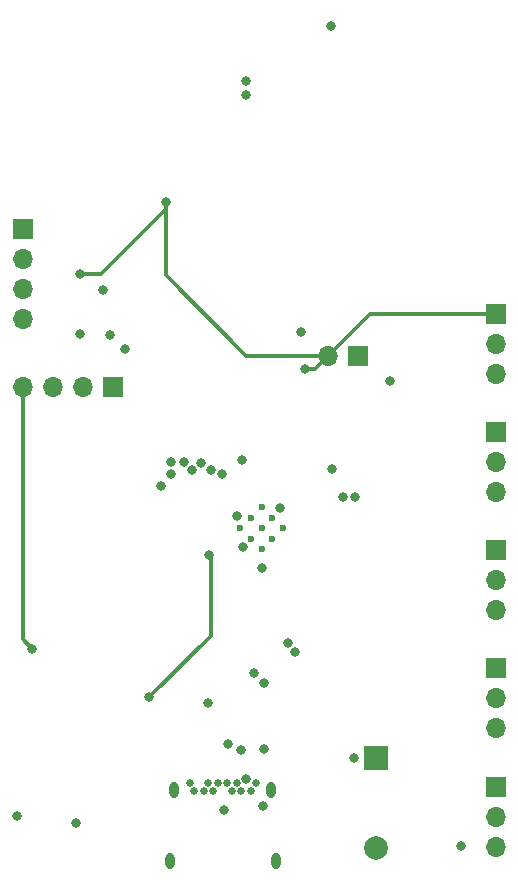
<source format=gbr>
%TF.GenerationSoftware,KiCad,Pcbnew,(6.0.7)*%
%TF.CreationDate,2022-09-28T03:26:44-04:00*%
%TF.ProjectId,picopilotv1,7069636f-7069-46c6-9f74-76312e6b6963,rev?*%
%TF.SameCoordinates,Original*%
%TF.FileFunction,Copper,L3,Inr*%
%TF.FilePolarity,Positive*%
%FSLAX46Y46*%
G04 Gerber Fmt 4.6, Leading zero omitted, Abs format (unit mm)*
G04 Created by KiCad (PCBNEW (6.0.7)) date 2022-09-28 03:26:44*
%MOMM*%
%LPD*%
G01*
G04 APERTURE LIST*
%TA.AperFunction,ComponentPad*%
%ADD10R,2.000000X2.000000*%
%TD*%
%TA.AperFunction,ComponentPad*%
%ADD11C,2.000000*%
%TD*%
%TA.AperFunction,ComponentPad*%
%ADD12R,1.700000X1.700000*%
%TD*%
%TA.AperFunction,ComponentPad*%
%ADD13O,1.700000X1.700000*%
%TD*%
%TA.AperFunction,ComponentPad*%
%ADD14C,0.650000*%
%TD*%
%TA.AperFunction,ComponentPad*%
%ADD15O,0.800000X1.400000*%
%TD*%
%TA.AperFunction,ComponentPad*%
%ADD16C,0.600000*%
%TD*%
%TA.AperFunction,ViaPad*%
%ADD17C,0.800000*%
%TD*%
%TA.AperFunction,Conductor*%
%ADD18C,0.300000*%
%TD*%
G04 APERTURE END LIST*
D10*
%TO.N,/GPIO11*%
%TO.C,BZ1*%
X125700000Y-110800000D03*
D11*
%TO.N,GND*%
X125700000Y-118400000D03*
%TD*%
D12*
%TO.N,/~{USB_BOOT}*%
%TO.C,J2*%
X124200000Y-76700000D03*
D13*
%TO.N,GND*%
X121660000Y-76700000D03*
%TD*%
D12*
%TO.N,GND*%
%TO.C,P5*%
X135825000Y-113175000D03*
D13*
%TO.N,+5V*%
X135825000Y-115715000D03*
%TO.N,/GPIO10*%
X135825000Y-118255000D03*
%TD*%
D12*
%TO.N,GND*%
%TO.C,P4*%
X135825000Y-103175000D03*
D13*
%TO.N,+5V*%
X135825000Y-105715000D03*
%TO.N,/GPIO9*%
X135825000Y-108255000D03*
%TD*%
D12*
%TO.N,GND*%
%TO.C,P2*%
X135825000Y-83175000D03*
D13*
%TO.N,+5V*%
X135825000Y-85715000D03*
%TO.N,/GPIO7*%
X135825000Y-88255000D03*
%TD*%
D12*
%TO.N,GND*%
%TO.C,P1*%
X135825000Y-73175000D03*
D13*
%TO.N,+5V*%
X135825000Y-75715000D03*
%TO.N,/GPIO6*%
X135825000Y-78255000D03*
%TD*%
D12*
%TO.N,GND*%
%TO.C,P3*%
X135825000Y-93175000D03*
D13*
%TO.N,+5V*%
X135825000Y-95715000D03*
%TO.N,/GPIO8*%
X135825000Y-98255000D03*
%TD*%
D12*
%TO.N,/GPIO0*%
%TO.C,J5*%
X95825000Y-66000000D03*
D13*
%TO.N,/GPIO1*%
X95825000Y-68540000D03*
%TO.N,+3V3*%
X95825000Y-71080000D03*
%TO.N,GND*%
X95825000Y-73620000D03*
%TD*%
D12*
%TO.N,/GPIO12*%
%TO.C,J1*%
X103400000Y-79325000D03*
D13*
%TO.N,/GPIO13*%
X100860000Y-79325000D03*
%TO.N,+5V*%
X98320000Y-79325000D03*
%TO.N,GND*%
X95780000Y-79325000D03*
%TD*%
D14*
%TO.N,GND*%
%TO.C,J3*%
X115500000Y-112890000D03*
%TO.N,N/C*%
X115100000Y-113590000D03*
X114300000Y-113590000D03*
%TO.N,VBUS*%
X113900000Y-112890000D03*
%TO.N,Net-(R14-Pad1)*%
X113500000Y-113590000D03*
%TO.N,/USB_D+*%
X113100000Y-112890000D03*
%TO.N,/USB_D-*%
X112300000Y-112890000D03*
%TO.N,unconnected-(J3-PadB8)*%
X111900000Y-113590000D03*
%TO.N,VBUS*%
X111500000Y-112890000D03*
%TO.N,N/C*%
X111100000Y-113590000D03*
X110300000Y-113590000D03*
%TO.N,GND*%
X109900000Y-112890000D03*
D15*
X117190000Y-119440000D03*
X116830000Y-113490000D03*
X108210000Y-119440000D03*
X108570000Y-113490000D03*
%TD*%
D16*
%TO.N,GND*%
%TO.C,U3*%
X116000000Y-89496878D03*
X116901561Y-90398439D03*
X117803122Y-91300000D03*
X115098439Y-90398439D03*
X116000000Y-91300000D03*
X116901561Y-92201561D03*
X114196878Y-91300000D03*
X115098439Y-92201561D03*
X116000000Y-93103122D03*
%TD*%
D17*
%TO.N,VBUS*%
X114649552Y-112527450D03*
%TO.N,+1V1*%
X123899503Y-88700000D03*
%TO.N,+3V3*%
X114350256Y-85549744D03*
%TO.N,GND*%
X107900000Y-63700000D03*
%TO.N,+3V3*%
X121900000Y-48800000D03*
X104405176Y-76170349D03*
X119300000Y-74700000D03*
X126900000Y-78800000D03*
%TO.N,GND*%
X119700000Y-77800000D03*
X106500000Y-105600000D03*
X111588987Y-93588987D03*
X96600000Y-101500000D03*
%TO.N,+5V*%
X95300000Y-115700000D03*
%TO.N,+1V1*%
X117600000Y-89600000D03*
X116018515Y-94697728D03*
%TO.N,+3V3*%
X113894718Y-90294718D03*
X114400000Y-92900000D03*
%TO.N,/USB_D-*%
X118800000Y-101800000D03*
X122900000Y-88700000D03*
X116200000Y-104400000D03*
X114300000Y-110100000D03*
X112800000Y-115200000D03*
%TO.N,Net-(R14-Pad1)*%
X116200000Y-110000000D03*
X116100000Y-114800000D03*
%TO.N,/USB_D+*%
X118200000Y-101000000D03*
X115400000Y-103600000D03*
X122000000Y-86300000D03*
X113200000Y-109600000D03*
%TO.N,VBUS*%
X111500000Y-106100000D03*
X100300000Y-116300000D03*
%TO.N,GND*%
X102599500Y-71100000D03*
X100600000Y-69800000D03*
%TO.N,Net-(C19-Pad1)*%
X100600000Y-74900000D03*
X103167413Y-74932587D03*
%TO.N,/GPIO4*%
X114700000Y-53400000D03*
X112686044Y-86713956D03*
%TO.N,/GPIO5*%
X114700000Y-54600000D03*
X111753201Y-86346799D03*
%TO.N,/GPIO6*%
X110905848Y-85795535D03*
%TO.N,/GPIO7*%
X110111427Y-86402083D03*
%TO.N,/GPIO8*%
X109400000Y-85700000D03*
%TO.N,/GPIO9*%
X108300000Y-85700497D03*
%TO.N,/GPIO10*%
X132900000Y-118200000D03*
X108300000Y-86700000D03*
%TO.N,/GPIO11*%
X107500000Y-87700000D03*
X123800000Y-110800000D03*
%TD*%
D18*
%TO.N,GND*%
X111700000Y-93700000D02*
X111700000Y-100400000D01*
X111700000Y-100400000D02*
X106500000Y-105600000D01*
X111588987Y-93588987D02*
X111700000Y-93700000D01*
X107900000Y-69900000D02*
X107900000Y-63700000D01*
X114700000Y-76700000D02*
X107900000Y-69900000D01*
X121660000Y-76700000D02*
X114700000Y-76700000D01*
X102400000Y-69800000D02*
X107900000Y-64300000D01*
X100600000Y-69800000D02*
X102400000Y-69800000D01*
X107900000Y-64300000D02*
X107900000Y-63700000D01*
X125185000Y-73175000D02*
X121660000Y-76700000D01*
X135825000Y-73175000D02*
X125185000Y-73175000D01*
X121660000Y-76700000D02*
X120560000Y-77800000D01*
X120560000Y-77800000D02*
X119700000Y-77800000D01*
X95780000Y-100680000D02*
X96600000Y-101500000D01*
X95780000Y-79325000D02*
X95780000Y-100680000D01*
%TD*%
M02*

</source>
